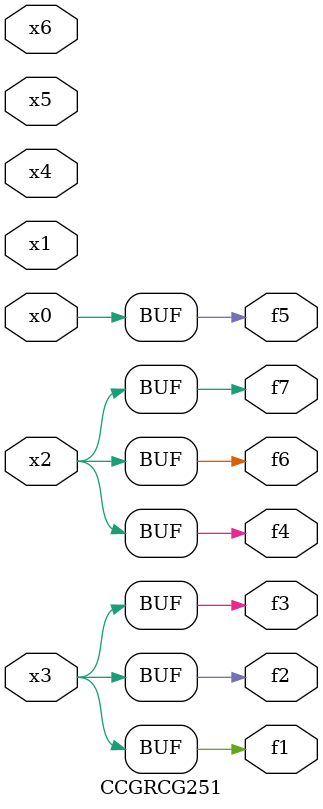
<source format=v>
module CCGRCG251(
	input x0, x1, x2, x3, x4, x5, x6,
	output f1, f2, f3, f4, f5, f6, f7
);
	assign f1 = x3;
	assign f2 = x3;
	assign f3 = x3;
	assign f4 = x2;
	assign f5 = x0;
	assign f6 = x2;
	assign f7 = x2;
endmodule

</source>
